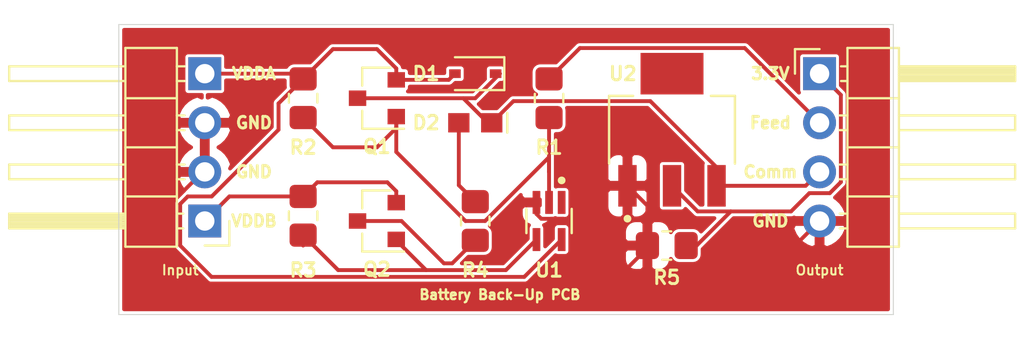
<source format=kicad_pcb>
(kicad_pcb (version 20171130) (host pcbnew "(5.1.12)-1")

  (general
    (thickness 1.6)
    (drawings 13)
    (tracks 98)
    (zones 0)
    (modules 13)
    (nets 11)
  )

  (page A4)
  (title_block
    (title "Battery backup circuit")
    (rev v01)
    (comment 4 "Author: Loo Chuan Long")
  )

  (layers
    (0 F.Cu signal)
    (31 B.Cu signal)
    (32 B.Adhes user)
    (33 F.Adhes user)
    (34 B.Paste user)
    (35 F.Paste user)
    (36 B.SilkS user)
    (37 F.SilkS user)
    (38 B.Mask user)
    (39 F.Mask user)
    (40 Dwgs.User user)
    (41 Cmts.User user)
    (42 Eco1.User user)
    (43 Eco2.User user)
    (44 Edge.Cuts user)
    (45 Margin user)
    (46 B.CrtYd user)
    (47 F.CrtYd user)
    (48 B.Fab user)
    (49 F.Fab user)
  )

  (setup
    (last_trace_width 0.2)
    (trace_clearance 0.15)
    (zone_clearance 0.15)
    (zone_45_only no)
    (trace_min 0.127)
    (via_size 0.6)
    (via_drill 0.4)
    (via_min_size 0.5)
    (via_min_drill 0.3)
    (uvia_size 0.6)
    (uvia_drill 0.4)
    (uvias_allowed no)
    (uvia_min_size 0.5)
    (uvia_min_drill 0.3)
    (edge_width 0.05)
    (segment_width 0.2)
    (pcb_text_width 0.3)
    (pcb_text_size 1.5 1.5)
    (mod_edge_width 0.12)
    (mod_text_size 1 1)
    (mod_text_width 0.15)
    (pad_size 1.7 1.7)
    (pad_drill 1)
    (pad_to_mask_clearance 0.05)
    (solder_mask_min_width 0.1)
    (aux_axis_origin 0 0)
    (visible_elements 7FFFFFFF)
    (pcbplotparams
      (layerselection 0x010fc_ffffffff)
      (usegerberextensions true)
      (usegerberattributes false)
      (usegerberadvancedattributes false)
      (creategerberjobfile false)
      (excludeedgelayer true)
      (linewidth 0.100000)
      (plotframeref false)
      (viasonmask false)
      (mode 1)
      (useauxorigin false)
      (hpglpennumber 1)
      (hpglpenspeed 20)
      (hpglpendiameter 15.000000)
      (psnegative false)
      (psa4output false)
      (plotreference true)
      (plotvalue false)
      (plotinvisibletext false)
      (padsonsilk false)
      (subtractmaskfromsilk true)
      (outputformat 1)
      (mirror false)
      (drillshape 0)
      (scaleselection 1)
      (outputdirectory "Gerber/"))
  )

  (net 0 "")
  (net 1 GND)
  (net 2 VDDA)
  (net 3 Comm)
  (net 4 "Net-(D2-Pad2)")
  (net 5 3.3V)
  (net 6 "Net-(Q1-Pad1)")
  (net 7 "Net-(Q2-Pad1)")
  (net 8 "Net-(Q2-Pad3)")
  (net 9 Feed)
  (net 10 VDDB)

  (net_class Default "This is the default net class."
    (clearance 0.15)
    (trace_width 0.2)
    (via_dia 0.6)
    (via_drill 0.4)
    (uvia_dia 0.6)
    (uvia_drill 0.4)
    (add_net 3.3V)
    (add_net Comm)
    (add_net Feed)
    (add_net GND)
    (add_net "Net-(D2-Pad2)")
    (add_net "Net-(Q1-Pad1)")
    (add_net "Net-(Q2-Pad1)")
    (add_net "Net-(Q2-Pad3)")
    (add_net VDDA)
    (add_net VDDB)
  )

  (module Connector_PinHeader_2.54mm:PinHeader_1x04_P2.54mm_Horizontal (layer F.Cu) (tedit 63ECFB4D) (tstamp 63EDCF22)
    (at 104.14 133.35 180)
    (descr "Through hole angled pin header, 1x04, 2.54mm pitch, 6mm pin length, single row")
    (tags "Through hole angled pin header THT 1x04 2.54mm single row")
    (path /63F5BCF6)
    (fp_text reference Input (at 1.27 -2.54) (layer F.SilkS)
      (effects (font (size 0.5 0.5) (thickness 0.1)))
    )
    (fp_text value Conn_01x04_Male (at 0 9.89) (layer F.Fab)
      (effects (font (size 0.5 0.5) (thickness 0.1)))
    )
    (fp_line (start 2.135 -1.27) (end 4.04 -1.27) (layer F.Fab) (width 0.1))
    (fp_line (start 4.04 -1.27) (end 4.04 8.89) (layer F.Fab) (width 0.1))
    (fp_line (start 4.04 8.89) (end 1.5 8.89) (layer F.Fab) (width 0.1))
    (fp_line (start 1.5 8.89) (end 1.5 -0.635) (layer F.Fab) (width 0.1))
    (fp_line (start 1.5 -0.635) (end 2.135 -1.27) (layer F.Fab) (width 0.1))
    (fp_line (start -0.32 -0.32) (end 1.5 -0.32) (layer F.Fab) (width 0.1))
    (fp_line (start -0.32 -0.32) (end -0.32 0.32) (layer F.Fab) (width 0.1))
    (fp_line (start -0.32 0.32) (end 1.5 0.32) (layer F.Fab) (width 0.1))
    (fp_line (start 4.04 -0.32) (end 10.04 -0.32) (layer F.Fab) (width 0.1))
    (fp_line (start 10.04 -0.32) (end 10.04 0.32) (layer F.Fab) (width 0.1))
    (fp_line (start 4.04 0.32) (end 10.04 0.32) (layer F.Fab) (width 0.1))
    (fp_line (start -0.32 2.22) (end 1.5 2.22) (layer F.Fab) (width 0.1))
    (fp_line (start -0.32 2.22) (end -0.32 2.86) (layer F.Fab) (width 0.1))
    (fp_line (start -0.32 2.86) (end 1.5 2.86) (layer F.Fab) (width 0.1))
    (fp_line (start 4.04 2.22) (end 10.04 2.22) (layer F.Fab) (width 0.1))
    (fp_line (start 10.04 2.22) (end 10.04 2.86) (layer F.Fab) (width 0.1))
    (fp_line (start 4.04 2.86) (end 10.04 2.86) (layer F.Fab) (width 0.1))
    (fp_line (start -0.32 4.76) (end 1.5 4.76) (layer F.Fab) (width 0.1))
    (fp_line (start -0.32 4.76) (end -0.32 5.4) (layer F.Fab) (width 0.1))
    (fp_line (start -0.32 5.4) (end 1.5 5.4) (layer F.Fab) (width 0.1))
    (fp_line (start 4.04 4.76) (end 10.04 4.76) (layer F.Fab) (width 0.1))
    (fp_line (start 10.04 4.76) (end 10.04 5.4) (layer F.Fab) (width 0.1))
    (fp_line (start 4.04 5.4) (end 10.04 5.4) (layer F.Fab) (width 0.1))
    (fp_line (start -0.32 7.3) (end 1.5 7.3) (layer F.Fab) (width 0.1))
    (fp_line (start -0.32 7.3) (end -0.32 7.94) (layer F.Fab) (width 0.1))
    (fp_line (start -0.32 7.94) (end 1.5 7.94) (layer F.Fab) (width 0.1))
    (fp_line (start 4.04 7.3) (end 10.04 7.3) (layer F.Fab) (width 0.1))
    (fp_line (start 10.04 7.3) (end 10.04 7.94) (layer F.Fab) (width 0.1))
    (fp_line (start 4.04 7.94) (end 10.04 7.94) (layer F.Fab) (width 0.1))
    (fp_line (start 1.44 -1.33) (end 1.44 8.95) (layer F.SilkS) (width 0.12))
    (fp_line (start 1.44 8.95) (end 4.1 8.95) (layer F.SilkS) (width 0.12))
    (fp_line (start 4.1 8.95) (end 4.1 -1.33) (layer F.SilkS) (width 0.12))
    (fp_line (start 4.1 -1.33) (end 1.44 -1.33) (layer F.SilkS) (width 0.12))
    (fp_line (start 4.1 -0.38) (end 10.1 -0.38) (layer F.SilkS) (width 0.12))
    (fp_line (start 10.1 -0.38) (end 10.1 0.38) (layer F.SilkS) (width 0.12))
    (fp_line (start 10.1 0.38) (end 4.1 0.38) (layer F.SilkS) (width 0.12))
    (fp_line (start 4.1 -0.32) (end 10.1 -0.32) (layer F.SilkS) (width 0.12))
    (fp_line (start 4.1 -0.2) (end 10.1 -0.2) (layer F.SilkS) (width 0.12))
    (fp_line (start 4.1 -0.08) (end 10.1 -0.08) (layer F.SilkS) (width 0.12))
    (fp_line (start 4.1 0.04) (end 10.1 0.04) (layer F.SilkS) (width 0.12))
    (fp_line (start 4.1 0.16) (end 10.1 0.16) (layer F.SilkS) (width 0.12))
    (fp_line (start 4.1 0.28) (end 10.1 0.28) (layer F.SilkS) (width 0.12))
    (fp_line (start 1.11 -0.38) (end 1.44 -0.38) (layer F.SilkS) (width 0.12))
    (fp_line (start 1.11 0.38) (end 1.44 0.38) (layer F.SilkS) (width 0.12))
    (fp_line (start 1.44 1.27) (end 4.1 1.27) (layer F.SilkS) (width 0.12))
    (fp_line (start 4.1 2.16) (end 10.1 2.16) (layer F.SilkS) (width 0.12))
    (fp_line (start 10.1 2.16) (end 10.1 2.92) (layer F.SilkS) (width 0.12))
    (fp_line (start 10.1 2.92) (end 4.1 2.92) (layer F.SilkS) (width 0.12))
    (fp_line (start 1.042929 2.16) (end 1.44 2.16) (layer F.SilkS) (width 0.12))
    (fp_line (start 1.042929 2.92) (end 1.44 2.92) (layer F.SilkS) (width 0.12))
    (fp_line (start 1.44 3.81) (end 4.1 3.81) (layer F.SilkS) (width 0.12))
    (fp_line (start 4.1 4.7) (end 10.1 4.7) (layer F.SilkS) (width 0.12))
    (fp_line (start 10.1 4.7) (end 10.1 5.46) (layer F.SilkS) (width 0.12))
    (fp_line (start 10.1 5.46) (end 4.1 5.46) (layer F.SilkS) (width 0.12))
    (fp_line (start 1.042929 4.7) (end 1.44 4.7) (layer F.SilkS) (width 0.12))
    (fp_line (start 1.042929 5.46) (end 1.44 5.46) (layer F.SilkS) (width 0.12))
    (fp_line (start 1.44 6.35) (end 4.1 6.35) (layer F.SilkS) (width 0.12))
    (fp_line (start 4.1 7.24) (end 10.1 7.24) (layer F.SilkS) (width 0.12))
    (fp_line (start 10.1 7.24) (end 10.1 8) (layer F.SilkS) (width 0.12))
    (fp_line (start 10.1 8) (end 4.1 8) (layer F.SilkS) (width 0.12))
    (fp_line (start 1.042929 7.24) (end 1.44 7.24) (layer F.SilkS) (width 0.12))
    (fp_line (start 1.042929 8) (end 1.44 8) (layer F.SilkS) (width 0.12))
    (fp_line (start -1.27 0) (end -1.27 -1.27) (layer F.SilkS) (width 0.12))
    (fp_line (start -1.27 -1.27) (end 0 -1.27) (layer F.SilkS) (width 0.12))
    (fp_line (start -1.8 -1.8) (end -1.8 9.4) (layer F.CrtYd) (width 0.05))
    (fp_line (start -1.8 9.4) (end 10.55 9.4) (layer F.CrtYd) (width 0.05))
    (fp_line (start 10.55 9.4) (end 10.55 -1.8) (layer F.CrtYd) (width 0.05))
    (fp_line (start 10.55 -1.8) (end -1.8 -1.8) (layer F.CrtYd) (width 0.05))
    (fp_text user %R (at 2.77 3.81 90) (layer F.Fab)
      (effects (font (size 1 1) (thickness 0.15)))
    )
    (pad 4 thru_hole rect (at 0 7.62 180) (size 1.7 1.7) (drill 1) (layers *.Cu *.Mask)
      (net 2 VDDA))
    (pad 3 thru_hole oval (at 0 5.08 180) (size 1.7 1.7) (drill 1) (layers *.Cu *.Mask)
      (net 1 GND))
    (pad 2 thru_hole oval (at 0 2.54 180) (size 1.7 1.7) (drill 1) (layers *.Cu *.Mask)
      (net 1 GND))
    (pad 1 thru_hole rect (at 0 0 180) (size 1.7 1.7) (drill 1) (layers *.Cu *.Mask)
      (net 10 VDDB))
    (model ${KISYS3DMOD}/Connector_PinHeader_2.54mm.3dshapes/PinHeader_1x04_P2.54mm_Horizontal.wrl
      (at (xyz 0 0 0))
      (scale (xyz 1 1 1))
      (rotate (xyz 0 0 0))
    )
  )

  (module SN74AHC1G04DCKRE4:SOT65P210X110-5N (layer F.Cu) (tedit 63EBBA95) (tstamp 63ECEAE6)
    (at 121.92 133.35 270)
    (path /63EFDACC)
    (attr smd)
    (fp_text reference U1 (at 2.54 0 180) (layer F.SilkS)
      (effects (font (size 0.7 0.7) (thickness 0.15)))
    )
    (fp_text value 74AHC1G04 (at -2.54 0 180) (layer F.Fab)
      (effects (font (size 0.5 0.5) (thickness 0.1)))
    )
    (fp_circle (center -2.1 -0.65) (end -2 -0.65) (layer F.SilkS) (width 0.2))
    (fp_circle (center -2.1 -0.65) (end -2 -0.65) (layer F.Fab) (width 0.2))
    (fp_line (start 1.81 1.33) (end -1.81 1.33) (layer F.CrtYd) (width 0.05))
    (fp_line (start 1.81 -1.33) (end 1.81 1.33) (layer F.CrtYd) (width 0.05))
    (fp_line (start -1.81 -1.33) (end 1.81 -1.33) (layer F.CrtYd) (width 0.05))
    (fp_line (start -1.81 1.33) (end -1.81 -1.33) (layer F.CrtYd) (width 0.05))
    (fp_line (start 0.625 1.17) (end -0.625 1.17) (layer F.SilkS) (width 0.127))
    (fp_line (start -0.625 -1.17) (end 0.625 -1.17) (layer F.SilkS) (width 0.127))
    (fp_line (start 0.625 1) (end -0.625 1) (layer F.Fab) (width 0.127))
    (fp_line (start 0.625 -1) (end 0.625 1) (layer F.Fab) (width 0.127))
    (fp_line (start -0.625 -1) (end 0.625 -1) (layer F.Fab) (width 0.127))
    (fp_line (start -0.625 1) (end -0.625 -1) (layer F.Fab) (width 0.127))
    (pad 1 smd roundrect (at -0.96 -0.65 270) (size 1.19 0.4) (layers F.Cu F.Paste F.Mask) (roundrect_rratio 0.05))
    (pad 2 smd roundrect (at -0.96 0 270) (size 1.19 0.4) (layers F.Cu F.Paste F.Mask) (roundrect_rratio 0.05)
      (net 6 "Net-(Q1-Pad1)"))
    (pad 3 smd roundrect (at -0.96 0.65 270) (size 1.19 0.4) (layers F.Cu F.Paste F.Mask) (roundrect_rratio 0.05)
      (net 1 GND))
    (pad 4 smd roundrect (at 0.96 0.65 270) (size 1.19 0.4) (layers F.Cu F.Paste F.Mask) (roundrect_rratio 0.05)
      (net 7 "Net-(Q2-Pad1)"))
    (pad 5 smd roundrect (at 0.96 -0.65 270) (size 1.19 0.4) (layers F.Cu F.Paste F.Mask) (roundrect_rratio 0.05)
      (net 2 VDDA))
  )

  (module Package_TO_SOT_SMD:SOT-23 (layer F.Cu) (tedit 5A02FF57) (tstamp 63ED6B3D)
    (at 113.03 127 180)
    (descr "SOT-23, Standard")
    (tags SOT-23)
    (path /63EA78B4)
    (attr smd)
    (fp_text reference Q1 (at 0 -2.5) (layer F.SilkS)
      (effects (font (size 0.7 0.7) (thickness 0.15)))
    )
    (fp_text value IRLML6402 (at 0 2.5) (layer F.Fab)
      (effects (font (size 0.5 0.5) (thickness 0.1)))
    )
    (fp_line (start 0.76 1.58) (end -0.7 1.58) (layer F.SilkS) (width 0.12))
    (fp_line (start 0.76 -1.58) (end -1.4 -1.58) (layer F.SilkS) (width 0.12))
    (fp_line (start -1.7 1.75) (end -1.7 -1.75) (layer F.CrtYd) (width 0.05))
    (fp_line (start 1.7 1.75) (end -1.7 1.75) (layer F.CrtYd) (width 0.05))
    (fp_line (start 1.7 -1.75) (end 1.7 1.75) (layer F.CrtYd) (width 0.05))
    (fp_line (start -1.7 -1.75) (end 1.7 -1.75) (layer F.CrtYd) (width 0.05))
    (fp_line (start 0.76 -1.58) (end 0.76 -0.65) (layer F.SilkS) (width 0.12))
    (fp_line (start 0.76 1.58) (end 0.76 0.65) (layer F.SilkS) (width 0.12))
    (fp_line (start -0.7 1.52) (end 0.7 1.52) (layer F.Fab) (width 0.1))
    (fp_line (start 0.7 -1.52) (end 0.7 1.52) (layer F.Fab) (width 0.1))
    (fp_line (start -0.7 -0.95) (end -0.15 -1.52) (layer F.Fab) (width 0.1))
    (fp_line (start -0.15 -1.52) (end 0.7 -1.52) (layer F.Fab) (width 0.1))
    (fp_line (start -0.7 -0.95) (end -0.7 1.5) (layer F.Fab) (width 0.1))
    (fp_text user %R (at 0 0) (layer F.Fab)
      (effects (font (size 0.5 0.5) (thickness 0.075)))
    )
    (pad 3 smd rect (at 1 0 180) (size 0.9 0.8) (layers F.Cu F.Paste F.Mask)
      (net 3 Comm))
    (pad 2 smd rect (at -1 0.95 180) (size 0.9 0.8) (layers F.Cu F.Paste F.Mask)
      (net 2 VDDA))
    (pad 1 smd rect (at -1 -0.95 180) (size 0.9 0.8) (layers F.Cu F.Paste F.Mask)
      (net 6 "Net-(Q1-Pad1)"))
    (model ${KISYS3DMOD}/Package_TO_SOT_SMD.3dshapes/SOT-23.wrl
      (at (xyz 0 0 0))
      (scale (xyz 1 1 1))
      (rotate (xyz 0 0 0))
    )
  )

  (module Diode_SMD:D_SOD-323 (layer F.Cu) (tedit 58641739) (tstamp 63EB2C28)
    (at 118.11 125.73 180)
    (descr SOD-323)
    (tags SOD-323)
    (path /63E4CBFB)
    (attr smd)
    (fp_text reference D1 (at 2.54 0) (layer F.SilkS)
      (effects (font (size 0.7 0.7) (thickness 0.15)))
    )
    (fp_text value 1N4148WS (at 0 1.27) (layer F.Fab)
      (effects (font (size 0.5 0.5) (thickness 0.1)))
    )
    (fp_line (start -1.5 -0.85) (end -1.5 0.85) (layer F.SilkS) (width 0.12))
    (fp_line (start 0.2 0) (end 0.45 0) (layer F.Fab) (width 0.1))
    (fp_line (start 0.2 0.35) (end -0.3 0) (layer F.Fab) (width 0.1))
    (fp_line (start 0.2 -0.35) (end 0.2 0.35) (layer F.Fab) (width 0.1))
    (fp_line (start -0.3 0) (end 0.2 -0.35) (layer F.Fab) (width 0.1))
    (fp_line (start -0.3 0) (end -0.5 0) (layer F.Fab) (width 0.1))
    (fp_line (start -0.3 -0.35) (end -0.3 0.35) (layer F.Fab) (width 0.1))
    (fp_line (start -0.9 0.7) (end -0.9 -0.7) (layer F.Fab) (width 0.1))
    (fp_line (start 0.9 0.7) (end -0.9 0.7) (layer F.Fab) (width 0.1))
    (fp_line (start 0.9 -0.7) (end 0.9 0.7) (layer F.Fab) (width 0.1))
    (fp_line (start -0.9 -0.7) (end 0.9 -0.7) (layer F.Fab) (width 0.1))
    (fp_line (start -1.6 -0.95) (end 1.6 -0.95) (layer F.CrtYd) (width 0.05))
    (fp_line (start 1.6 -0.95) (end 1.6 0.95) (layer F.CrtYd) (width 0.05))
    (fp_line (start -1.6 0.95) (end 1.6 0.95) (layer F.CrtYd) (width 0.05))
    (fp_line (start -1.6 -0.95) (end -1.6 0.95) (layer F.CrtYd) (width 0.05))
    (fp_line (start -1.5 0.85) (end 1.05 0.85) (layer F.SilkS) (width 0.12))
    (fp_line (start -1.5 -0.85) (end 1.05 -0.85) (layer F.SilkS) (width 0.12))
    (fp_text user %R (at 0 0) (layer F.Fab)
      (effects (font (size 0.5 0.5) (thickness 0.1)))
    )
    (pad 1 smd rect (at -1.05 0 180) (size 0.6 0.45) (layers F.Cu F.Paste F.Mask)
      (net 3 Comm))
    (pad 2 smd rect (at 1.05 0 180) (size 0.6 0.45) (layers F.Cu F.Paste F.Mask)
      (net 2 VDDA))
    (model ${KISYS3DMOD}/Diode_SMD.3dshapes/D_SOD-323.wrl
      (at (xyz 0 0 0))
      (scale (xyz 1 1 1))
      (rotate (xyz 0 0 0))
    )
  )

  (module Package_TO_SOT_SMD:SOT-23 (layer F.Cu) (tedit 5A02FF57) (tstamp 63EC2D8C)
    (at 113.03 133.35 180)
    (descr "SOT-23, Standard")
    (tags SOT-23)
    (path /63E4B682)
    (attr smd)
    (fp_text reference Q2 (at 0 -2.5) (layer F.SilkS)
      (effects (font (size 0.7 0.7) (thickness 0.15)))
    )
    (fp_text value IRLML6402 (at 0 2.5) (layer F.Fab)
      (effects (font (size 0.5 0.5) (thickness 0.1)))
    )
    (fp_line (start -0.7 -0.95) (end -0.7 1.5) (layer F.Fab) (width 0.1))
    (fp_line (start -0.15 -1.52) (end 0.7 -1.52) (layer F.Fab) (width 0.1))
    (fp_line (start -0.7 -0.95) (end -0.15 -1.52) (layer F.Fab) (width 0.1))
    (fp_line (start 0.7 -1.52) (end 0.7 1.52) (layer F.Fab) (width 0.1))
    (fp_line (start -0.7 1.52) (end 0.7 1.52) (layer F.Fab) (width 0.1))
    (fp_line (start 0.76 1.58) (end 0.76 0.65) (layer F.SilkS) (width 0.12))
    (fp_line (start 0.76 -1.58) (end 0.76 -0.65) (layer F.SilkS) (width 0.12))
    (fp_line (start -1.7 -1.75) (end 1.7 -1.75) (layer F.CrtYd) (width 0.05))
    (fp_line (start 1.7 -1.75) (end 1.7 1.75) (layer F.CrtYd) (width 0.05))
    (fp_line (start 1.7 1.75) (end -1.7 1.75) (layer F.CrtYd) (width 0.05))
    (fp_line (start -1.7 1.75) (end -1.7 -1.75) (layer F.CrtYd) (width 0.05))
    (fp_line (start 0.76 -1.58) (end -1.4 -1.58) (layer F.SilkS) (width 0.12))
    (fp_line (start 0.76 1.58) (end -0.7 1.58) (layer F.SilkS) (width 0.12))
    (fp_text user %R (at 0 0 270) (layer F.Fab)
      (effects (font (size 0.5 0.5) (thickness 0.075)))
    )
    (pad 1 smd rect (at -1 -0.95 180) (size 0.9 0.8) (layers F.Cu F.Paste F.Mask)
      (net 7 "Net-(Q2-Pad1)"))
    (pad 2 smd rect (at -1 0.95 180) (size 0.9 0.8) (layers F.Cu F.Paste F.Mask)
      (net 10 VDDB))
    (pad 3 smd rect (at 1 0 180) (size 0.9 0.8) (layers F.Cu F.Paste F.Mask)
      (net 8 "Net-(Q2-Pad3)"))
    (model ${KISYS3DMOD}/Package_TO_SOT_SMD.3dshapes/SOT-23.wrl
      (at (xyz 0 0 0))
      (scale (xyz 1 1 1))
      (rotate (xyz 0 0 0))
    )
  )

  (module 150060RS75000:0603_DIODE (layer F.Cu) (tedit 63EAEEF3) (tstamp 63EDD9CB)
    (at 118.11 128.27)
    (path /63E2E54C)
    (attr smd)
    (fp_text reference D2 (at -2.54 0) (layer F.SilkS)
      (effects (font (size 0.7 0.7) (thickness 0.15)))
    )
    (fp_text value RED (at 0 1.27) (layer F.Fab)
      (effects (font (size 0.5 0.5) (thickness 0.1)))
    )
    (fp_line (start -1.473 -0.983) (end 1.473 -0.983) (layer F.CrtYd) (width 0.0508))
    (fp_line (start 1.473 -0.983) (end 1.473 0.983) (layer F.CrtYd) (width 0.0508))
    (fp_line (start 1.473 0.983) (end -1.473 0.983) (layer F.CrtYd) (width 0.0508))
    (fp_line (start -1.473 0.983) (end -1.473 -0.983) (layer F.CrtYd) (width 0.0508))
    (fp_line (start -0.356 -0.432) (end 0.356 -0.432) (layer F.Fab) (width 0.1016))
    (fp_line (start -0.356 0.419) (end 0.356 0.419) (layer F.Fab) (width 0.1016))
    (fp_poly (pts (xy -0.8382 -0.4801) (xy -0.3381 -0.4801) (xy -0.3381 0.4699) (xy -0.8382 0.4699)) (layer F.Fab) (width 0.01))
    (fp_poly (pts (xy 0.3302 -0.4801) (xy 0.8303 -0.4801) (xy 0.8303 0.4699) (xy 0.3302 0.4699)) (layer F.Fab) (width 0.01))
    (fp_line (start 1.651 -0.508) (end 1.651 0.508) (layer F.SilkS) (width 0.127))
    (pad 2 smd rect (at -0.85 0) (size 1.1 1) (layers F.Cu F.Paste F.Mask)
      (net 4 "Net-(D2-Pad2)"))
    (pad 1 smd rect (at 0.85 0) (size 1.1 1) (layers F.Cu F.Paste F.Mask)
      (net 3 Comm))
  )

  (module Connector_PinHeader_2.54mm:PinHeader_1x04_P2.54mm_Horizontal (layer F.Cu) (tedit 59FED5CB) (tstamp 63EC188E)
    (at 135.89 125.73)
    (descr "Through hole angled pin header, 1x04, 2.54mm pitch, 6mm pin length, single row")
    (tags "Through hole angled pin header THT 1x04 2.54mm single row")
    (path /63DBB650)
    (fp_text reference Output (at 0 10.16) (layer F.SilkS)
      (effects (font (size 0.5 0.5) (thickness 0.1)))
    )
    (fp_text value Conn_01x04_Male (at 0 -2.54) (layer F.Fab)
      (effects (font (size 0.5 0.5) (thickness 0.1)))
    )
    (fp_line (start 10.55 -1.8) (end -1.8 -1.8) (layer F.CrtYd) (width 0.05))
    (fp_line (start 10.55 9.4) (end 10.55 -1.8) (layer F.CrtYd) (width 0.05))
    (fp_line (start -1.8 9.4) (end 10.55 9.4) (layer F.CrtYd) (width 0.05))
    (fp_line (start -1.8 -1.8) (end -1.8 9.4) (layer F.CrtYd) (width 0.05))
    (fp_line (start -1.27 -1.27) (end 0 -1.27) (layer F.SilkS) (width 0.12))
    (fp_line (start -1.27 0) (end -1.27 -1.27) (layer F.SilkS) (width 0.12))
    (fp_line (start 1.042929 8) (end 1.44 8) (layer F.SilkS) (width 0.12))
    (fp_line (start 1.042929 7.24) (end 1.44 7.24) (layer F.SilkS) (width 0.12))
    (fp_line (start 10.1 8) (end 4.1 8) (layer F.SilkS) (width 0.12))
    (fp_line (start 10.1 7.24) (end 10.1 8) (layer F.SilkS) (width 0.12))
    (fp_line (start 4.1 7.24) (end 10.1 7.24) (layer F.SilkS) (width 0.12))
    (fp_line (start 1.44 6.35) (end 4.1 6.35) (layer F.SilkS) (width 0.12))
    (fp_line (start 1.042929 5.46) (end 1.44 5.46) (layer F.SilkS) (width 0.12))
    (fp_line (start 1.042929 4.7) (end 1.44 4.7) (layer F.SilkS) (width 0.12))
    (fp_line (start 10.1 5.46) (end 4.1 5.46) (layer F.SilkS) (width 0.12))
    (fp_line (start 10.1 4.7) (end 10.1 5.46) (layer F.SilkS) (width 0.12))
    (fp_line (start 4.1 4.7) (end 10.1 4.7) (layer F.SilkS) (width 0.12))
    (fp_line (start 1.44 3.81) (end 4.1 3.81) (layer F.SilkS) (width 0.12))
    (fp_line (start 1.042929 2.92) (end 1.44 2.92) (layer F.SilkS) (width 0.12))
    (fp_line (start 1.042929 2.16) (end 1.44 2.16) (layer F.SilkS) (width 0.12))
    (fp_line (start 10.1 2.92) (end 4.1 2.92) (layer F.SilkS) (width 0.12))
    (fp_line (start 10.1 2.16) (end 10.1 2.92) (layer F.SilkS) (width 0.12))
    (fp_line (start 4.1 2.16) (end 10.1 2.16) (layer F.SilkS) (width 0.12))
    (fp_line (start 1.44 1.27) (end 4.1 1.27) (layer F.SilkS) (width 0.12))
    (fp_line (start 1.11 0.38) (end 1.44 0.38) (layer F.SilkS) (width 0.12))
    (fp_line (start 1.11 -0.38) (end 1.44 -0.38) (layer F.SilkS) (width 0.12))
    (fp_line (start 4.1 0.28) (end 10.1 0.28) (layer F.SilkS) (width 0.12))
    (fp_line (start 4.1 0.16) (end 10.1 0.16) (layer F.SilkS) (width 0.12))
    (fp_line (start 4.1 0.04) (end 10.1 0.04) (layer F.SilkS) (width 0.12))
    (fp_line (start 4.1 -0.08) (end 10.1 -0.08) (layer F.SilkS) (width 0.12))
    (fp_line (start 4.1 -0.2) (end 10.1 -0.2) (layer F.SilkS) (width 0.12))
    (fp_line (start 4.1 -0.32) (end 10.1 -0.32) (layer F.SilkS) (width 0.12))
    (fp_line (start 10.1 0.38) (end 4.1 0.38) (layer F.SilkS) (width 0.12))
    (fp_line (start 10.1 -0.38) (end 10.1 0.38) (layer F.SilkS) (width 0.12))
    (fp_line (start 4.1 -0.38) (end 10.1 -0.38) (layer F.SilkS) (width 0.12))
    (fp_line (start 4.1 -1.33) (end 1.44 -1.33) (layer F.SilkS) (width 0.12))
    (fp_line (start 4.1 8.95) (end 4.1 -1.33) (layer F.SilkS) (width 0.12))
    (fp_line (start 1.44 8.95) (end 4.1 8.95) (layer F.SilkS) (width 0.12))
    (fp_line (start 1.44 -1.33) (end 1.44 8.95) (layer F.SilkS) (width 0.12))
    (fp_line (start 4.04 7.94) (end 10.04 7.94) (layer F.Fab) (width 0.1))
    (fp_line (start 10.04 7.3) (end 10.04 7.94) (layer F.Fab) (width 0.1))
    (fp_line (start 4.04 7.3) (end 10.04 7.3) (layer F.Fab) (width 0.1))
    (fp_line (start -0.32 7.94) (end 1.5 7.94) (layer F.Fab) (width 0.1))
    (fp_line (start -0.32 7.3) (end -0.32 7.94) (layer F.Fab) (width 0.1))
    (fp_line (start -0.32 7.3) (end 1.5 7.3) (layer F.Fab) (width 0.1))
    (fp_line (start 4.04 5.4) (end 10.04 5.4) (layer F.Fab) (width 0.1))
    (fp_line (start 10.04 4.76) (end 10.04 5.4) (layer F.Fab) (width 0.1))
    (fp_line (start 4.04 4.76) (end 10.04 4.76) (layer F.Fab) (width 0.1))
    (fp_line (start -0.32 5.4) (end 1.5 5.4) (layer F.Fab) (width 0.1))
    (fp_line (start -0.32 4.76) (end -0.32 5.4) (layer F.Fab) (width 0.1))
    (fp_line (start -0.32 4.76) (end 1.5 4.76) (layer F.Fab) (width 0.1))
    (fp_line (start 4.04 2.86) (end 10.04 2.86) (layer F.Fab) (width 0.1))
    (fp_line (start 10.04 2.22) (end 10.04 2.86) (layer F.Fab) (width 0.1))
    (fp_line (start 4.04 2.22) (end 10.04 2.22) (layer F.Fab) (width 0.1))
    (fp_line (start -0.32 2.86) (end 1.5 2.86) (layer F.Fab) (width 0.1))
    (fp_line (start -0.32 2.22) (end -0.32 2.86) (layer F.Fab) (width 0.1))
    (fp_line (start -0.32 2.22) (end 1.5 2.22) (layer F.Fab) (width 0.1))
    (fp_line (start 4.04 0.32) (end 10.04 0.32) (layer F.Fab) (width 0.1))
    (fp_line (start 10.04 -0.32) (end 10.04 0.32) (layer F.Fab) (width 0.1))
    (fp_line (start 4.04 -0.32) (end 10.04 -0.32) (layer F.Fab) (width 0.1))
    (fp_line (start -0.32 0.32) (end 1.5 0.32) (layer F.Fab) (width 0.1))
    (fp_line (start -0.32 -0.32) (end -0.32 0.32) (layer F.Fab) (width 0.1))
    (fp_line (start -0.32 -0.32) (end 1.5 -0.32) (layer F.Fab) (width 0.1))
    (fp_line (start 1.5 -0.635) (end 2.135 -1.27) (layer F.Fab) (width 0.1))
    (fp_line (start 1.5 8.89) (end 1.5 -0.635) (layer F.Fab) (width 0.1))
    (fp_line (start 4.04 8.89) (end 1.5 8.89) (layer F.Fab) (width 0.1))
    (fp_line (start 4.04 -1.27) (end 4.04 8.89) (layer F.Fab) (width 0.1))
    (fp_line (start 2.135 -1.27) (end 4.04 -1.27) (layer F.Fab) (width 0.1))
    (fp_text user %R (at 2.77 3.81 90) (layer F.Fab)
      (effects (font (size 1 1) (thickness 0.15)))
    )
    (pad 1 thru_hole rect (at 0 0) (size 1.7 1.7) (drill 1) (layers *.Cu *.Mask)
      (net 5 3.3V))
    (pad 2 thru_hole oval (at 0 2.54) (size 1.7 1.7) (drill 1) (layers *.Cu *.Mask)
      (net 9 Feed))
    (pad 3 thru_hole oval (at 0 5.08) (size 1.7 1.7) (drill 1) (layers *.Cu *.Mask)
      (net 3 Comm))
    (pad 4 thru_hole oval (at 0 7.62) (size 1.7 1.7) (drill 1) (layers *.Cu *.Mask)
      (net 1 GND))
    (model ${KISYS3DMOD}/Connector_PinHeader_2.54mm.3dshapes/PinHeader_1x04_P2.54mm_Horizontal.wrl
      (at (xyz 0 0 0))
      (scale (xyz 1 1 1))
      (rotate (xyz 0 0 0))
    )
  )

  (module Resistor_SMD:R_0805_2012Metric_Pad1.20x1.40mm_HandSolder (layer F.Cu) (tedit 5F68FEEE) (tstamp 63ECFCB2)
    (at 121.92 127 90)
    (descr "Resistor SMD 0805 (2012 Metric), square (rectangular) end terminal, IPC_7351 nominal with elongated pad for handsoldering. (Body size source: IPC-SM-782 page 72, https://www.pcb-3d.com/wordpress/wp-content/uploads/ipc-sm-782a_amendment_1_and_2.pdf), generated with kicad-footprint-generator")
    (tags "resistor handsolder")
    (path /63DD1F32)
    (attr smd)
    (fp_text reference R1 (at -2.54 0 180) (layer F.SilkS)
      (effects (font (size 0.7 0.7) (thickness 0.15)))
    )
    (fp_text value 825 (at 0 1.65 90) (layer F.Fab)
      (effects (font (size 0.5 0.5) (thickness 0.1)))
    )
    (fp_line (start -1 0.625) (end -1 -0.625) (layer F.Fab) (width 0.1))
    (fp_line (start -1 -0.625) (end 1 -0.625) (layer F.Fab) (width 0.1))
    (fp_line (start 1 -0.625) (end 1 0.625) (layer F.Fab) (width 0.1))
    (fp_line (start 1 0.625) (end -1 0.625) (layer F.Fab) (width 0.1))
    (fp_line (start -0.227064 -0.735) (end 0.227064 -0.735) (layer F.SilkS) (width 0.12))
    (fp_line (start -0.227064 0.735) (end 0.227064 0.735) (layer F.SilkS) (width 0.12))
    (fp_line (start -1.85 0.95) (end -1.85 -0.95) (layer F.CrtYd) (width 0.05))
    (fp_line (start -1.85 -0.95) (end 1.85 -0.95) (layer F.CrtYd) (width 0.05))
    (fp_line (start 1.85 -0.95) (end 1.85 0.95) (layer F.CrtYd) (width 0.05))
    (fp_line (start 1.85 0.95) (end -1.85 0.95) (layer F.CrtYd) (width 0.05))
    (fp_text user %R (at 0 0 90) (layer F.Fab)
      (effects (font (size 0.5 0.5) (thickness 0.08)))
    )
    (pad 2 smd roundrect (at 1 0 90) (size 1.2 1.4) (layers F.Cu F.Paste F.Mask) (roundrect_rratio 0.2083325)
      (net 9 Feed))
    (pad 1 smd roundrect (at -1 0 90) (size 1.2 1.4) (layers F.Cu F.Paste F.Mask) (roundrect_rratio 0.2083325)
      (net 6 "Net-(Q1-Pad1)"))
    (model ${KISYS3DMOD}/Resistor_SMD.3dshapes/R_0805_2012Metric.wrl
      (at (xyz 0 0 0))
      (scale (xyz 1 1 1))
      (rotate (xyz 0 0 0))
    )
  )

  (module Resistor_SMD:R_0805_2012Metric_Pad1.20x1.40mm_HandSolder (layer F.Cu) (tedit 5F68FEEE) (tstamp 63EDD598)
    (at 109.22 127 270)
    (descr "Resistor SMD 0805 (2012 Metric), square (rectangular) end terminal, IPC_7351 nominal with elongated pad for handsoldering. (Body size source: IPC-SM-782 page 72, https://www.pcb-3d.com/wordpress/wp-content/uploads/ipc-sm-782a_amendment_1_and_2.pdf), generated with kicad-footprint-generator")
    (tags "resistor handsolder")
    (path /63DB84D3)
    (attr smd)
    (fp_text reference R2 (at 2.54 0 180) (layer F.SilkS)
      (effects (font (size 0.7 0.7) (thickness 0.15)))
    )
    (fp_text value 10k (at 0 -1.27 90) (layer F.Fab)
      (effects (font (size 0.5 0.5) (thickness 0.1)))
    )
    (fp_line (start 1.85 0.95) (end -1.85 0.95) (layer F.CrtYd) (width 0.05))
    (fp_line (start 1.85 -0.95) (end 1.85 0.95) (layer F.CrtYd) (width 0.05))
    (fp_line (start -1.85 -0.95) (end 1.85 -0.95) (layer F.CrtYd) (width 0.05))
    (fp_line (start -1.85 0.95) (end -1.85 -0.95) (layer F.CrtYd) (width 0.05))
    (fp_line (start -0.227064 0.735) (end 0.227064 0.735) (layer F.SilkS) (width 0.12))
    (fp_line (start -0.227064 -0.735) (end 0.227064 -0.735) (layer F.SilkS) (width 0.12))
    (fp_line (start 1 0.625) (end -1 0.625) (layer F.Fab) (width 0.1))
    (fp_line (start 1 -0.625) (end 1 0.625) (layer F.Fab) (width 0.1))
    (fp_line (start -1 -0.625) (end 1 -0.625) (layer F.Fab) (width 0.1))
    (fp_line (start -1 0.625) (end -1 -0.625) (layer F.Fab) (width 0.1))
    (fp_text user %R (at 0 0 90) (layer F.Fab)
      (effects (font (size 0.5 0.5) (thickness 0.08)))
    )
    (pad 1 smd roundrect (at -1 0 270) (size 1.2 1.4) (layers F.Cu F.Paste F.Mask) (roundrect_rratio 0.2083325)
      (net 2 VDDA))
    (pad 2 smd roundrect (at 1 0 270) (size 1.2 1.4) (layers F.Cu F.Paste F.Mask) (roundrect_rratio 0.2083325)
      (net 6 "Net-(Q1-Pad1)"))
    (model ${KISYS3DMOD}/Resistor_SMD.3dshapes/R_0805_2012Metric.wrl
      (at (xyz 0 0 0))
      (scale (xyz 1 1 1))
      (rotate (xyz 0 0 0))
    )
  )

  (module Resistor_SMD:R_0805_2012Metric_Pad1.20x1.40mm_HandSolder (layer F.Cu) (tedit 5F68FEEE) (tstamp 63EC18FA)
    (at 109.22 133.08 90)
    (descr "Resistor SMD 0805 (2012 Metric), square (rectangular) end terminal, IPC_7351 nominal with elongated pad for handsoldering. (Body size source: IPC-SM-782 page 72, https://www.pcb-3d.com/wordpress/wp-content/uploads/ipc-sm-782a_amendment_1_and_2.pdf), generated with kicad-footprint-generator")
    (tags "resistor handsolder")
    (path /63EAC35C)
    (attr smd)
    (fp_text reference R3 (at -2.81 0 180) (layer F.SilkS)
      (effects (font (size 0.7 0.7) (thickness 0.15)))
    )
    (fp_text value 10k (at 0 1.27 90) (layer F.Fab)
      (effects (font (size 0.5 0.5) (thickness 0.1)))
    )
    (fp_line (start -1 0.625) (end -1 -0.625) (layer F.Fab) (width 0.1))
    (fp_line (start -1 -0.625) (end 1 -0.625) (layer F.Fab) (width 0.1))
    (fp_line (start 1 -0.625) (end 1 0.625) (layer F.Fab) (width 0.1))
    (fp_line (start 1 0.625) (end -1 0.625) (layer F.Fab) (width 0.1))
    (fp_line (start -0.227064 -0.735) (end 0.227064 -0.735) (layer F.SilkS) (width 0.12))
    (fp_line (start -0.227064 0.735) (end 0.227064 0.735) (layer F.SilkS) (width 0.12))
    (fp_line (start -1.85 0.95) (end -1.85 -0.95) (layer F.CrtYd) (width 0.05))
    (fp_line (start -1.85 -0.95) (end 1.85 -0.95) (layer F.CrtYd) (width 0.05))
    (fp_line (start 1.85 -0.95) (end 1.85 0.95) (layer F.CrtYd) (width 0.05))
    (fp_line (start 1.85 0.95) (end -1.85 0.95) (layer F.CrtYd) (width 0.05))
    (fp_text user %R (at 0 0 90) (layer F.Fab)
      (effects (font (size 0.5 0.5) (thickness 0.08)))
    )
    (pad 2 smd roundrect (at 1 0 90) (size 1.2 1.4) (layers F.Cu F.Paste F.Mask) (roundrect_rratio 0.2083325)
      (net 10 VDDB))
    (pad 1 smd roundrect (at -1 0 90) (size 1.2 1.4) (layers F.Cu F.Paste F.Mask) (roundrect_rratio 0.2083325)
      (net 7 "Net-(Q2-Pad1)"))
    (model ${KISYS3DMOD}/Resistor_SMD.3dshapes/R_0805_2012Metric.wrl
      (at (xyz 0 0 0))
      (scale (xyz 1 1 1))
      (rotate (xyz 0 0 0))
    )
  )

  (module Resistor_SMD:R_0805_2012Metric_Pad1.20x1.40mm_HandSolder (layer F.Cu) (tedit 5F68FEEE) (tstamp 63ED76B4)
    (at 118.11 133.35 270)
    (descr "Resistor SMD 0805 (2012 Metric), square (rectangular) end terminal, IPC_7351 nominal with elongated pad for handsoldering. (Body size source: IPC-SM-782 page 72, https://www.pcb-3d.com/wordpress/wp-content/uploads/ipc-sm-782a_amendment_1_and_2.pdf), generated with kicad-footprint-generator")
    (tags "resistor handsolder")
    (path /63EDF987)
    (attr smd)
    (fp_text reference R4 (at 2.54 0 180) (layer F.SilkS)
      (effects (font (size 0.7 0.7) (thickness 0.15)))
    )
    (fp_text value 200 (at 0 -1.27 90) (layer F.Fab)
      (effects (font (size 0.5 0.5) (thickness 0.1)))
    )
    (fp_line (start 1.85 0.95) (end -1.85 0.95) (layer F.CrtYd) (width 0.05))
    (fp_line (start 1.85 -0.95) (end 1.85 0.95) (layer F.CrtYd) (width 0.05))
    (fp_line (start -1.85 -0.95) (end 1.85 -0.95) (layer F.CrtYd) (width 0.05))
    (fp_line (start -1.85 0.95) (end -1.85 -0.95) (layer F.CrtYd) (width 0.05))
    (fp_line (start -0.227064 0.735) (end 0.227064 0.735) (layer F.SilkS) (width 0.12))
    (fp_line (start -0.227064 -0.735) (end 0.227064 -0.735) (layer F.SilkS) (width 0.12))
    (fp_line (start 1 0.625) (end -1 0.625) (layer F.Fab) (width 0.1))
    (fp_line (start 1 -0.625) (end 1 0.625) (layer F.Fab) (width 0.1))
    (fp_line (start -1 -0.625) (end 1 -0.625) (layer F.Fab) (width 0.1))
    (fp_line (start -1 0.625) (end -1 -0.625) (layer F.Fab) (width 0.1))
    (fp_text user %R (at 0 0 90) (layer F.Fab)
      (effects (font (size 0.5 0.5) (thickness 0.08)))
    )
    (pad 1 smd roundrect (at -1 0 270) (size 1.2 1.4) (layers F.Cu F.Paste F.Mask) (roundrect_rratio 0.2083325)
      (net 4 "Net-(D2-Pad2)"))
    (pad 2 smd roundrect (at 1 0 270) (size 1.2 1.4) (layers F.Cu F.Paste F.Mask) (roundrect_rratio 0.2083325)
      (net 8 "Net-(Q2-Pad3)"))
    (model ${KISYS3DMOD}/Resistor_SMD.3dshapes/R_0805_2012Metric.wrl
      (at (xyz 0 0 0))
      (scale (xyz 1 1 1))
      (rotate (xyz 0 0 0))
    )
  )

  (module Resistor_SMD:R_0805_2012Metric_Pad1.20x1.40mm_HandSolder (layer F.Cu) (tedit 5F68FEEE) (tstamp 63ED8FE0)
    (at 128 134.62 180)
    (descr "Resistor SMD 0805 (2012 Metric), square (rectangular) end terminal, IPC_7351 nominal with elongated pad for handsoldering. (Body size source: IPC-SM-782 page 72, https://www.pcb-3d.com/wordpress/wp-content/uploads/ipc-sm-782a_amendment_1_and_2.pdf), generated with kicad-footprint-generator")
    (tags "resistor handsolder")
    (path /63F66DE7)
    (attr smd)
    (fp_text reference R5 (at 0 -1.65) (layer F.SilkS)
      (effects (font (size 0.7 0.7) (thickness 0.15)))
    )
    (fp_text value 10k (at -2.81 0) (layer F.Fab)
      (effects (font (size 0.5 0.5) (thickness 0.1)))
    )
    (fp_line (start 1.85 0.95) (end -1.85 0.95) (layer F.CrtYd) (width 0.05))
    (fp_line (start 1.85 -0.95) (end 1.85 0.95) (layer F.CrtYd) (width 0.05))
    (fp_line (start -1.85 -0.95) (end 1.85 -0.95) (layer F.CrtYd) (width 0.05))
    (fp_line (start -1.85 0.95) (end -1.85 -0.95) (layer F.CrtYd) (width 0.05))
    (fp_line (start -0.227064 0.735) (end 0.227064 0.735) (layer F.SilkS) (width 0.12))
    (fp_line (start -0.227064 -0.735) (end 0.227064 -0.735) (layer F.SilkS) (width 0.12))
    (fp_line (start 1 0.625) (end -1 0.625) (layer F.Fab) (width 0.1))
    (fp_line (start 1 -0.625) (end 1 0.625) (layer F.Fab) (width 0.1))
    (fp_line (start -1 -0.625) (end 1 -0.625) (layer F.Fab) (width 0.1))
    (fp_line (start -1 0.625) (end -1 -0.625) (layer F.Fab) (width 0.1))
    (fp_text user %R (at 0 0) (layer F.Fab)
      (effects (font (size 0.5 0.5) (thickness 0.08)))
    )
    (pad 1 smd roundrect (at -1 0 180) (size 1.2 1.4) (layers F.Cu F.Paste F.Mask) (roundrect_rratio 0.2083325)
      (net 5 3.3V))
    (pad 2 smd roundrect (at 1 0 180) (size 1.2 1.4) (layers F.Cu F.Paste F.Mask) (roundrect_rratio 0.2083325)
      (net 1 GND))
    (model ${KISYS3DMOD}/Resistor_SMD.3dshapes/R_0805_2012Metric.wrl
      (at (xyz 0 0 0))
      (scale (xyz 1 1 1))
      (rotate (xyz 0 0 0))
    )
  )

  (module LM1117MP-3:VREG_LM1117MP-3.3_NOPB (layer F.Cu) (tedit 63EBCAF2) (tstamp 63EDB5EA)
    (at 128.27 128.63 90)
    (path /63F658BE)
    (attr smd)
    (fp_text reference U2 (at 2.9 -2.54 180) (layer F.SilkS)
      (effects (font (size 0.7 0.7) (thickness 0.15)))
    )
    (fp_text value LM1117-3.3 (at 0.36 0 180) (layer F.Fab)
      (effects (font (size 0.5 0.5) (thickness 0.1)))
    )
    (fp_line (start 4.225 1.875) (end 4.225 -1.875) (layer F.CrtYd) (width 0.05))
    (fp_line (start 2 1.875) (end 4.225 1.875) (layer F.CrtYd) (width 0.05))
    (fp_line (start 2 3.5) (end 2 1.875) (layer F.CrtYd) (width 0.05))
    (fp_line (start -2 3.5) (end 2 3.5) (layer F.CrtYd) (width 0.05))
    (fp_line (start -2 3.025) (end -2 3.5) (layer F.CrtYd) (width 0.05))
    (fp_line (start -4.225 3.025) (end -2 3.025) (layer F.CrtYd) (width 0.05))
    (fp_line (start -4.225 -3.025) (end -4.225 3.025) (layer F.CrtYd) (width 0.05))
    (fp_line (start -2 -3.025) (end -4.225 -3.025) (layer F.CrtYd) (width 0.05))
    (fp_line (start -2 -3.5) (end -2 -3.025) (layer F.CrtYd) (width 0.05))
    (fp_line (start 2 -3.5) (end -2 -3.5) (layer F.CrtYd) (width 0.05))
    (fp_line (start 2 -1.875) (end 2 -3.5) (layer F.CrtYd) (width 0.05))
    (fp_line (start 4.225 -1.875) (end 2 -1.875) (layer F.CrtYd) (width 0.05))
    (fp_line (start -1.75 3.25) (end 1.75 3.25) (layer F.SilkS) (width 0.127))
    (fp_line (start 1.75 3.25) (end 1.75 2.01) (layer F.SilkS) (width 0.127))
    (fp_line (start -1.75 -3.25) (end 1.75 -3.25) (layer F.SilkS) (width 0.127))
    (fp_line (start 1.75 3.25) (end -1.75 3.25) (layer F.Fab) (width 0.127))
    (fp_line (start 1.75 -3.25) (end -1.75 -3.25) (layer F.Fab) (width 0.127))
    (fp_line (start 1.75 -3.25) (end 1.75 -2.01) (layer F.SilkS) (width 0.127))
    (fp_line (start -1.75 -3.25) (end -1.75 3.25) (layer F.Fab) (width 0.127))
    (fp_line (start 1.75 -3.25) (end 1.75 3.25) (layer F.Fab) (width 0.127))
    (fp_circle (center -4.6 -2.3) (end -4.5 -2.3) (layer F.Fab) (width 0.2))
    (fp_circle (center -4.6 -2.3) (end -4.5 -2.3) (layer F.SilkS) (width 0.2))
    (pad 1 smd rect (at -2.9 -2.3) (size 0.95 2.15) (layers F.Cu F.Paste F.Mask)
      (net 1 GND))
    (pad 2 smd rect (at -2.9 0) (size 0.95 2.15) (layers F.Cu F.Paste F.Mask)
      (net 5 3.3V))
    (pad 3 smd rect (at -2.9 2.3) (size 0.95 2.15) (layers F.Cu F.Paste F.Mask)
      (net 3 Comm))
    (pad 4 smd rect (at 2.9 0) (size 3.25 2.15) (layers F.Cu F.Paste F.Mask))
  )

  (gr_text GND (at 133.35 133.35) (layer F.SilkS)
    (effects (font (size 0.6 0.6) (thickness 0.15)))
  )
  (gr_text Comm (at 133.35 130.81) (layer F.SilkS)
    (effects (font (size 0.6 0.6) (thickness 0.15)))
  )
  (gr_text Feed (at 133.35 128.27) (layer F.SilkS)
    (effects (font (size 0.6 0.6) (thickness 0.15)))
  )
  (gr_text 3.3V (at 133.35 125.73) (layer F.SilkS)
    (effects (font (size 0.6 0.6) (thickness 0.15)))
  )
  (gr_text VDDB (at 106.68 133.35) (layer F.SilkS)
    (effects (font (size 0.6 0.6) (thickness 0.15)))
  )
  (gr_text GND (at 106.68 130.81) (layer F.SilkS)
    (effects (font (size 0.6 0.6) (thickness 0.15)))
  )
  (gr_text GND (at 106.68 128.27) (layer F.SilkS)
    (effects (font (size 0.6 0.6) (thickness 0.15)))
  )
  (gr_text VDDA (at 106.68 125.73) (layer F.SilkS)
    (effects (font (size 0.6 0.6) (thickness 0.15)))
  )
  (gr_text "Battery Back-Up PCB" (at 119.38 137.16) (layer F.SilkS)
    (effects (font (size 0.5 0.5) (thickness 0.125)))
  )
  (gr_line (start 99.7 123.19) (end 99.7 138.19) (layer Edge.Cuts) (width 0.05))
  (gr_line (start 99.7 138.19) (end 139.7 138.19) (layer Edge.Cuts) (width 0.05) (tstamp 63EDC799))
  (gr_line (start 139.7 123.19) (end 99.7 123.19) (layer Edge.Cuts) (width 0.05) (tstamp 63EEA5F6))
  (gr_line (start 139.7 138.19) (end 139.7 123.19) (layer Edge.Cuts) (width 0.05))

  (segment (start 134.62 134.62) (end 135.89 133.35) (width 0.2) (layer F.Cu) (net 1))
  (segment (start 121.27 132.985) (end 121.27 132.39) (width 0.2) (layer F.Cu) (net 1))
  (segment (start 122.631864 133.23501) (end 121.52001 133.23501) (width 0.2) (layer F.Cu) (net 1))
  (segment (start 123.02001 134.996844) (end 123.02001 133.623156) (width 0.2) (layer F.Cu) (net 1))
  (segment (start 121.52001 133.23501) (end 121.27 132.985) (width 0.2) (layer F.Cu) (net 1))
  (segment (start 121.426834 136.59002) (end 123.02001 134.996844) (width 0.2) (layer F.Cu) (net 1))
  (segment (start 123.02001 133.623156) (end 122.631864 133.23501) (width 0.2) (layer F.Cu) (net 1))
  (segment (start 132.64998 136.59002) (end 133.35 135.89) (width 0.2) (layer F.Cu) (net 1))
  (segment (start 133.35 135.89) (end 134.62 134.62) (width 0.2) (layer F.Cu) (net 1))
  (segment (start 132.99999 136.24001) (end 133.35 135.89) (width 0.2) (layer F.Cu) (net 1))
  (segment (start 121.426834 136.59002) (end 125.02998 136.59002) (width 0.2) (layer F.Cu) (net 1))
  (segment (start 127 134.62) (end 127 134.75004) (width 0.2) (layer F.Cu) (net 1))
  (segment (start 127 134.75004) (end 125.16002 136.59002) (width 0.2) (layer F.Cu) (net 1))
  (segment (start 125.16002 136.59002) (end 132.64998 136.59002) (width 0.2) (layer F.Cu) (net 1))
  (segment (start 125.02998 136.59002) (end 125.16002 136.59002) (width 0.2) (layer F.Cu) (net 1))
  (segment (start 127 132.56) (end 125.97 131.53) (width 0.2) (layer F.Cu) (net 1))
  (segment (start 127 134.62) (end 127 132.56) (width 0.2) (layer F.Cu) (net 1))
  (segment (start 104.14 130.81) (end 104.14 128.27) (width 0.2) (layer F.Cu) (net 1))
  (segment (start 102.519992 132.325018) (end 104.03501 130.81) (width 0.2) (layer F.Cu) (net 1))
  (segment (start 104.03501 130.81) (end 104.14 130.81) (width 0.2) (layer F.Cu) (net 1))
  (segment (start 102.519992 134.76498) (end 102.519992 132.325018) (width 0.2) (layer F.Cu) (net 1))
  (segment (start 104.345032 136.59002) (end 102.519992 134.76498) (width 0.2) (layer F.Cu) (net 1))
  (segment (start 121.426834 136.59002) (end 104.345032 136.59002) (width 0.2) (layer F.Cu) (net 1))
  (segment (start 116.74 126.05) (end 117.06 125.73) (width 0.2) (layer F.Cu) (net 2) (status 20))
  (segment (start 114.03 126.05) (end 116.74 126.05) (width 0.2) (layer F.Cu) (net 2) (status 10))
  (segment (start 122.57 133.97) (end 122.57 134.31) (width 0.2) (layer F.Cu) (net 2) (status 30))
  (segment (start 122.57 134.31) (end 120.63999 136.24001) (width 0.2) (layer F.Cu) (net 2))
  (segment (start 109.22 126) (end 109.22 125.73) (width 0.2) (layer F.Cu) (net 2))
  (segment (start 114.03 126.05) (end 114.03 125.46) (width 0.2) (layer F.Cu) (net 2))
  (segment (start 114.03 125.46) (end 113.03 124.46) (width 0.2) (layer F.Cu) (net 2))
  (segment (start 110.76 124.46) (end 109.22 126) (width 0.2) (layer F.Cu) (net 2))
  (segment (start 113.03 124.46) (end 110.76 124.46) (width 0.2) (layer F.Cu) (net 2))
  (segment (start 108.95 125.73) (end 109.22 126) (width 0.2) (layer F.Cu) (net 2))
  (segment (start 104.14 125.73) (end 108.95 125.73) (width 0.2) (layer F.Cu) (net 2))
  (segment (start 120.63999 136.24001) (end 104.49001 136.24001) (width 0.2) (layer F.Cu) (net 2))
  (segment (start 104.49001 136.24001) (end 102.87 134.62) (width 0.2) (layer F.Cu) (net 2))
  (segment (start 104.498002 132.08) (end 107.95 128.628002) (width 0.2) (layer F.Cu) (net 2))
  (segment (start 103.259998 132.08) (end 104.498002 132.08) (width 0.2) (layer F.Cu) (net 2))
  (segment (start 102.87 132.469998) (end 103.259998 132.08) (width 0.2) (layer F.Cu) (net 2))
  (segment (start 102.87 134.62) (end 102.87 132.469998) (width 0.2) (layer F.Cu) (net 2))
  (segment (start 107.95 127.27) (end 109.22 126) (width 0.2) (layer F.Cu) (net 2))
  (segment (start 107.95 128.628002) (end 107.95 127.27) (width 0.2) (layer F.Cu) (net 2))
  (segment (start 118.760002 128.27) (end 118.96 128.27) (width 0.2) (layer F.Cu) (net 3) (status 30))
  (segment (start 117.490002 127) (end 118.760002 128.27) (width 0.2) (layer F.Cu) (net 3) (status 20))
  (segment (start 112.03 127) (end 117.490002 127) (width 0.2) (layer F.Cu) (net 3) (status 10))
  (segment (start 117.490002 127) (end 118.11 127) (width 0.2) (layer F.Cu) (net 3))
  (segment (start 118.11 127) (end 119.38 125.73) (width 0.2) (layer F.Cu) (net 3) (status 20))
  (segment (start 119.38 125.73) (end 119.16 125.73) (width 0.2) (layer F.Cu) (net 3) (status 30))
  (segment (start 135.17 131.53) (end 135.89 130.81) (width 0.2) (layer F.Cu) (net 3) (status 20))
  (segment (start 130.57 131.53) (end 135.17 131.53) (width 0.2) (layer F.Cu) (net 3) (status 10))
  (segment (start 130.57 131.53) (end 130.57 130.57) (width 0.2) (layer F.Cu) (net 3))
  (segment (start 120.08001 127.14999) (end 118.96 128.27) (width 0.2) (layer F.Cu) (net 3))
  (segment (start 127.14999 127.14999) (end 120.08001 127.14999) (width 0.2) (layer F.Cu) (net 3))
  (segment (start 130.57 130.57) (end 127.14999 127.14999) (width 0.2) (layer F.Cu) (net 3))
  (segment (start 117.26 131.5) (end 118.11 132.35) (width 0.2) (layer F.Cu) (net 4) (status 20))
  (segment (start 117.26 128.27) (end 117.26 131.5) (width 0.2) (layer F.Cu) (net 4) (status 10))
  (segment (start 136.990001 126.830001) (end 135.89 125.73) (width 0.2) (layer F.Cu) (net 5))
  (segment (start 136.990001 131.338001) (end 136.990001 126.830001) (width 0.2) (layer F.Cu) (net 5))
  (segment (start 134.416999 132.855001) (end 135.361999 131.910001) (width 0.2) (layer F.Cu) (net 5))
  (segment (start 136.418001 131.910001) (end 136.990001 131.338001) (width 0.2) (layer F.Cu) (net 5))
  (segment (start 135.361999 131.910001) (end 136.418001 131.910001) (width 0.2) (layer F.Cu) (net 5))
  (segment (start 128.27 131.53) (end 129.595001 132.855001) (width 0.2) (layer F.Cu) (net 5))
  (segment (start 131.304999 132.855001) (end 134.416999 132.855001) (width 0.2) (layer F.Cu) (net 5))
  (segment (start 129.595001 132.855001) (end 131.304999 132.855001) (width 0.2) (layer F.Cu) (net 5))
  (segment (start 129.54 134.62) (end 131.304999 132.855001) (width 0.2) (layer F.Cu) (net 5))
  (segment (start 129 134.62) (end 129.54 134.62) (width 0.2) (layer F.Cu) (net 5))
  (segment (start 114.03 127.95) (end 114.03 128) (width 0.2) (layer F.Cu) (net 6) (status 30))
  (segment (start 118.617124 133.35) (end 121.92 130.047124) (width 0.2) (layer F.Cu) (net 6))
  (segment (start 117.602876 133.35) (end 118.617124 133.35) (width 0.2) (layer F.Cu) (net 6))
  (segment (start 114.03 129.777124) (end 117.602876 133.35) (width 0.2) (layer F.Cu) (net 6))
  (segment (start 114.03 127.95) (end 114.03 129.777124) (width 0.2) (layer F.Cu) (net 6) (status 10))
  (segment (start 121.92 130.81) (end 121.92 128) (width 0.2) (layer F.Cu) (net 6) (status 20))
  (segment (start 121.92 130.047124) (end 121.92 130.81) (width 0.2) (layer F.Cu) (net 6))
  (segment (start 121.92 132.39) (end 121.92 130.81) (width 0.2) (layer F.Cu) (net 6) (status 10))
  (segment (start 114.03 127.95) (end 114.03 128.54) (width 0.2) (layer F.Cu) (net 6))
  (segment (start 114.03 128.54) (end 113.03 129.54) (width 0.2) (layer F.Cu) (net 6))
  (segment (start 110.76 129.54) (end 109.22 128) (width 0.2) (layer F.Cu) (net 6))
  (segment (start 113.03 129.54) (end 110.76 129.54) (width 0.2) (layer F.Cu) (net 6))
  (segment (start 114.03 134.3) (end 114.03 134.35) (width 0.2) (layer F.Cu) (net 7) (status 30))
  (segment (start 114.03 134.35) (end 115.57 135.89) (width 0.2) (layer F.Cu) (net 7) (status 10))
  (segment (start 119.69 135.89) (end 121.27 134.31) (width 0.2) (layer F.Cu) (net 7) (status 20))
  (segment (start 115.57 135.89) (end 119.69 135.89) (width 0.2) (layer F.Cu) (net 7))
  (segment (start 109.22 134.08) (end 109.22 134.62) (width 0.2) (layer F.Cu) (net 7))
  (segment (start 111.03 135.89) (end 109.22 134.08) (width 0.2) (layer F.Cu) (net 7))
  (segment (start 115.57 135.89) (end 111.03 135.89) (width 0.2) (layer F.Cu) (net 7))
  (segment (start 116.92001 135.53999) (end 118.11 134.35) (width 0.2) (layer F.Cu) (net 8) (status 20))
  (segment (start 116.48999 135.53999) (end 116.92001 135.53999) (width 0.2) (layer F.Cu) (net 8))
  (segment (start 114.3 133.35) (end 116.48999 135.53999) (width 0.2) (layer F.Cu) (net 8))
  (segment (start 112.03 133.35) (end 114.3 133.35) (width 0.2) (layer F.Cu) (net 8) (status 10))
  (segment (start 132.024999 124.404999) (end 135.89 128.27) (width 0.2) (layer F.Cu) (net 9))
  (segment (start 123.515001 124.404999) (end 132.024999 124.404999) (width 0.2) (layer F.Cu) (net 9))
  (segment (start 121.92 126) (end 123.515001 124.404999) (width 0.2) (layer F.Cu) (net 9))
  (segment (start 114.03 131.81) (end 114.03 132.4) (width 0.2) (layer F.Cu) (net 10) (status 20))
  (segment (start 113.57 131.35) (end 114.03 131.81) (width 0.2) (layer F.Cu) (net 10))
  (segment (start 109.95 131.35) (end 109.22 132.08) (width 0.2) (layer F.Cu) (net 10))
  (segment (start 113.57 131.35) (end 109.95 131.35) (width 0.2) (layer F.Cu) (net 10))
  (segment (start 105.41 132.08) (end 104.14 133.35) (width 0.2) (layer F.Cu) (net 10))
  (segment (start 109.22 132.08) (end 105.41 132.08) (width 0.2) (layer F.Cu) (net 10))

  (zone (net 1) (net_name GND) (layer F.Cu) (tstamp 63EEABBE) (hatch edge 0.508)
    (connect_pads (clearance 0.15))
    (min_thickness 0.2)
    (fill yes (arc_segments 32) (thermal_gap 0.508) (thermal_bridge_width 0.508))
    (polygon
      (pts
        (xy 140.97 139.7) (xy 99.06 139.7) (xy 99.06 121.92) (xy 140.97 121.92)
      )
    )
    (filled_polygon
      (pts
        (xy 139.425 137.915) (xy 99.975 137.915) (xy 99.975 132.469998) (xy 102.518307 132.469998) (xy 102.520001 132.487196)
        (xy 102.52 134.602812) (xy 102.518307 134.62) (xy 102.52 134.637188) (xy 102.525065 134.688611) (xy 102.545078 134.754586)
        (xy 102.577578 134.815389) (xy 102.621315 134.868684) (xy 102.634676 134.879649) (xy 104.230361 136.475335) (xy 104.241325 136.488695)
        (xy 104.29462 136.532432) (xy 104.355423 136.564932) (xy 104.401384 136.578874) (xy 104.421397 136.584945) (xy 104.490009 136.591703)
        (xy 104.507198 136.59001) (xy 120.622802 136.59001) (xy 120.63999 136.591703) (xy 120.657178 136.59001) (xy 120.657179 136.59001)
        (xy 120.708602 136.584945) (xy 120.774577 136.564932) (xy 120.83538 136.532432) (xy 120.888675 136.488695) (xy 120.899643 136.47533)
        (xy 122.054974 135.32) (xy 125.789058 135.32) (xy 125.800797 135.439189) (xy 125.835563 135.553797) (xy 125.89202 135.659421)
        (xy 125.967999 135.752001) (xy 126.060579 135.82798) (xy 126.166203 135.884437) (xy 126.280811 135.919203) (xy 126.4 135.930942)
        (xy 126.694 135.928) (xy 126.846 135.776) (xy 126.846 134.774) (xy 125.944 134.774) (xy 125.792 134.926)
        (xy 125.789058 135.32) (xy 122.054974 135.32) (xy 122.255713 135.119262) (xy 122.286213 135.135564) (xy 122.33709 135.150998)
        (xy 122.39 135.156209) (xy 122.75 135.156209) (xy 122.80291 135.150998) (xy 122.853787 135.135564) (xy 122.900676 135.110502)
        (xy 122.941774 135.076774) (xy 122.975502 135.035676) (xy 123.000564 134.988787) (xy 123.015998 134.93791) (xy 123.021209 134.885)
        (xy 123.021209 133.92) (xy 125.789058 133.92) (xy 125.792 134.314) (xy 125.944 134.466) (xy 126.846 134.466)
        (xy 126.846 133.464) (xy 126.694 133.312) (xy 126.4 133.309058) (xy 126.280811 133.320797) (xy 126.166203 133.355563)
        (xy 126.060579 133.41202) (xy 125.967999 133.487999) (xy 125.89202 133.580579) (xy 125.835563 133.686203) (xy 125.800797 133.800811)
        (xy 125.789058 133.92) (xy 123.021209 133.92) (xy 123.021209 133.735) (xy 123.015998 133.68209) (xy 123.000564 133.631213)
        (xy 122.975502 133.584324) (xy 122.941774 133.543226) (xy 122.900676 133.509498) (xy 122.853787 133.484436) (xy 122.80291 133.469002)
        (xy 122.75 133.463791) (xy 122.39 133.463791) (xy 122.33709 133.469002) (xy 122.286213 133.484436) (xy 122.239324 133.509498)
        (xy 122.198226 133.543226) (xy 122.164498 133.584324) (xy 122.139436 133.631213) (xy 122.124002 133.68209) (xy 122.118791 133.735)
        (xy 122.118791 134.266234) (xy 121.721209 134.663817) (xy 121.721209 133.735) (xy 121.715998 133.68209) (xy 121.700564 133.631213)
        (xy 121.675502 133.584324) (xy 121.65815 133.56318) (xy 121.720017 133.542442) (xy 121.823964 133.482955) (xy 121.914309 133.404332)
        (xy 121.98758 133.309594) (xy 122.024118 133.236209) (xy 122.1 133.236209) (xy 122.15291 133.230998) (xy 122.203787 133.215564)
        (xy 122.245 133.193536) (xy 122.286213 133.215564) (xy 122.33709 133.230998) (xy 122.39 133.236209) (xy 122.75 133.236209)
        (xy 122.80291 133.230998) (xy 122.853787 133.215564) (xy 122.900676 133.190502) (xy 122.941774 133.156774) (xy 122.975502 133.115676)
        (xy 123.000564 133.068787) (xy 123.015998 133.01791) (xy 123.021209 132.965) (xy 123.021209 132.605) (xy 124.884058 132.605)
        (xy 124.895797 132.724189) (xy 124.930563 132.838797) (xy 124.98702 132.944421) (xy 125.062999 133.037001) (xy 125.155579 133.11298)
        (xy 125.261203 133.169437) (xy 125.375811 133.204203) (xy 125.495 133.215942) (xy 125.664 133.213) (xy 125.816 133.061)
        (xy 125.816 131.684) (xy 126.124 131.684) (xy 126.124 133.061) (xy 126.276 133.213) (xy 126.445 133.215942)
        (xy 126.564189 133.204203) (xy 126.678797 133.169437) (xy 126.784421 133.11298) (xy 126.877001 133.037001) (xy 126.95298 132.944421)
        (xy 127.009437 132.838797) (xy 127.044203 132.724189) (xy 127.055942 132.605) (xy 127.053 131.836) (xy 126.901 131.684)
        (xy 126.124 131.684) (xy 125.816 131.684) (xy 125.039 131.684) (xy 124.887 131.836) (xy 124.884058 132.605)
        (xy 123.021209 132.605) (xy 123.021209 131.815) (xy 123.015998 131.76209) (xy 123.000564 131.711213) (xy 122.975502 131.664324)
        (xy 122.941774 131.623226) (xy 122.900676 131.589498) (xy 122.853787 131.564436) (xy 122.80291 131.549002) (xy 122.75 131.543791)
        (xy 122.39 131.543791) (xy 122.33709 131.549002) (xy 122.286213 131.564436) (xy 122.27 131.573102) (xy 122.27 130.455)
        (xy 124.884058 130.455) (xy 124.887 131.224) (xy 125.039 131.376) (xy 125.816 131.376) (xy 125.816 129.999)
        (xy 126.124 129.999) (xy 126.124 131.376) (xy 126.901 131.376) (xy 127.053 131.224) (xy 127.055942 130.455)
        (xy 127.044203 130.335811) (xy 127.009437 130.221203) (xy 126.95298 130.115579) (xy 126.877001 130.022999) (xy 126.784421 129.94702)
        (xy 126.678797 129.890563) (xy 126.564189 129.855797) (xy 126.445 129.844058) (xy 126.276 129.847) (xy 126.124 129.999)
        (xy 125.816 129.999) (xy 125.664 129.847) (xy 125.495 129.844058) (xy 125.375811 129.855797) (xy 125.261203 129.890563)
        (xy 125.155579 129.94702) (xy 125.062999 130.022999) (xy 124.98702 130.115579) (xy 124.930563 130.221203) (xy 124.895797 130.335811)
        (xy 124.884058 130.455) (xy 122.27 130.455) (xy 122.27 130.064314) (xy 122.271693 130.047125) (xy 122.27 130.029935)
        (xy 122.27 128.851209) (xy 122.370001 128.851209) (xy 122.467782 128.841578) (xy 122.561805 128.813057) (xy 122.648457 128.76674)
        (xy 122.724409 128.704409) (xy 122.78674 128.628457) (xy 122.833057 128.541805) (xy 122.861578 128.447782) (xy 122.871209 128.350001)
        (xy 122.871209 127.649999) (xy 122.861578 127.552218) (xy 122.845735 127.49999) (xy 127.005017 127.49999) (xy 129.863254 130.358228)
        (xy 129.862913 130.358866) (xy 129.848618 130.405992) (xy 129.843791 130.455) (xy 129.843791 132.505001) (xy 129.739976 132.505001)
        (xy 128.996209 131.761235) (xy 128.996209 130.455) (xy 128.991382 130.405992) (xy 128.977087 130.358866) (xy 128.953873 130.315436)
        (xy 128.922632 130.277368) (xy 128.884564 130.246127) (xy 128.841134 130.222913) (xy 128.794008 130.208618) (xy 128.745 130.203791)
        (xy 127.795 130.203791) (xy 127.745992 130.208618) (xy 127.698866 130.222913) (xy 127.655436 130.246127) (xy 127.617368 130.277368)
        (xy 127.586127 130.315436) (xy 127.562913 130.358866) (xy 127.548618 130.405992) (xy 127.543791 130.455) (xy 127.543791 132.605)
        (xy 127.548618 132.654008) (xy 127.562913 132.701134) (xy 127.586127 132.744564) (xy 127.617368 132.782632) (xy 127.655436 132.813873)
        (xy 127.698866 132.837087) (xy 127.745992 132.851382) (xy 127.795 132.856209) (xy 128.745 132.856209) (xy 128.794008 132.851382)
        (xy 128.841134 132.837087) (xy 128.884564 132.813873) (xy 128.922632 132.782632) (xy 128.953873 132.744564) (xy 128.966314 132.721289)
        (xy 129.335356 133.090331) (xy 129.346316 133.103686) (xy 129.399611 133.147423) (xy 129.460414 133.179923) (xy 129.526389 133.199936)
        (xy 129.577812 133.205001) (xy 129.577814 133.205001) (xy 129.595 133.206694) (xy 129.612186 133.205001) (xy 130.460025 133.205001)
        (xy 129.769089 133.895938) (xy 129.76674 133.891543) (xy 129.704409 133.815591) (xy 129.628457 133.75326) (xy 129.541805 133.706943)
        (xy 129.447782 133.678422) (xy 129.350001 133.668791) (xy 128.649999 133.668791) (xy 128.552218 133.678422) (xy 128.458195 133.706943)
        (xy 128.371543 133.75326) (xy 128.295591 133.815591) (xy 128.23326 133.891543) (xy 128.210841 133.933485) (xy 128.210942 133.92)
        (xy 128.199203 133.800811) (xy 128.164437 133.686203) (xy 128.10798 133.580579) (xy 128.032001 133.487999) (xy 127.939421 133.41202)
        (xy 127.833797 133.355563) (xy 127.719189 133.320797) (xy 127.6 133.309058) (xy 127.306 133.312) (xy 127.154 133.464)
        (xy 127.154 134.466) (xy 127.174 134.466) (xy 127.174 134.774) (xy 127.154 134.774) (xy 127.154 135.776)
        (xy 127.306 135.928) (xy 127.6 135.930942) (xy 127.719189 135.919203) (xy 127.833797 135.884437) (xy 127.939421 135.82798)
        (xy 128.032001 135.752001) (xy 128.10798 135.659421) (xy 128.164437 135.553797) (xy 128.199203 135.439189) (xy 128.210942 135.32)
        (xy 128.210841 135.306515) (xy 128.23326 135.348457) (xy 128.295591 135.424409) (xy 128.371543 135.48674) (xy 128.458195 135.533057)
        (xy 128.552218 135.561578) (xy 128.649999 135.571209) (xy 129.350001 135.571209) (xy 129.447782 135.561578) (xy 129.541805 135.533057)
        (xy 129.628457 135.48674) (xy 129.704409 135.424409) (xy 129.76674 135.348457) (xy 129.813057 135.261805) (xy 129.841578 135.167782)
        (xy 129.851209 135.070001) (xy 129.851209 134.803764) (xy 130.926064 133.72891) (xy 134.482097 133.72891) (xy 134.508854 133.817139)
        (xy 134.626527 134.077611) (xy 134.792754 134.310122) (xy 135.001148 134.505736) (xy 135.2437 134.656935) (xy 135.511089 134.757909)
        (xy 135.736 134.64785) (xy 135.736 133.504) (xy 136.044 133.504) (xy 136.044 134.64785) (xy 136.268911 134.757909)
        (xy 136.5363 134.656935) (xy 136.778852 134.505736) (xy 136.987246 134.310122) (xy 137.153473 134.077611) (xy 137.271146 133.817139)
        (xy 137.297903 133.72891) (xy 137.186889 133.504) (xy 136.044 133.504) (xy 135.736 133.504) (xy 134.593111 133.504)
        (xy 134.482097 133.72891) (xy 130.926064 133.72891) (xy 131.449974 133.205001) (xy 134.399811 133.205001) (xy 134.416999 133.206694)
        (xy 134.434187 133.205001) (xy 134.434188 133.205001) (xy 134.485611 133.199936) (xy 134.551586 133.179923) (xy 134.578164 133.165717)
        (xy 134.593111 133.196) (xy 135.736 133.196) (xy 135.736 133.176) (xy 136.044 133.176) (xy 136.044 133.196)
        (xy 137.186889 133.196) (xy 137.297903 132.97109) (xy 137.271146 132.882861) (xy 137.153473 132.622389) (xy 136.987246 132.389878)
        (xy 136.778852 132.194264) (xy 136.686365 132.13661) (xy 137.225336 131.597641) (xy 137.238685 131.586686) (xy 137.282423 131.533391)
        (xy 137.314923 131.472588) (xy 137.334936 131.406613) (xy 137.340001 131.35519) (xy 137.340001 131.355189) (xy 137.341694 131.338002)
        (xy 137.340001 131.320813) (xy 137.340001 126.847186) (xy 137.341694 126.83) (xy 137.340001 126.812812) (xy 137.334936 126.761389)
        (xy 137.314923 126.695414) (xy 137.282423 126.634611) (xy 137.238686 126.581316) (xy 137.225331 126.570356) (xy 136.991209 126.336234)
        (xy 136.991209 124.88) (xy 136.986382 124.830992) (xy 136.972087 124.783866) (xy 136.948873 124.740436) (xy 136.917632 124.702368)
        (xy 136.879564 124.671127) (xy 136.836134 124.647913) (xy 136.789008 124.633618) (xy 136.74 124.628791) (xy 135.04 124.628791)
        (xy 134.990992 124.633618) (xy 134.943866 124.647913) (xy 134.900436 124.671127) (xy 134.862368 124.702368) (xy 134.831127 124.740436)
        (xy 134.807913 124.783866) (xy 134.793618 124.830992) (xy 134.788791 124.88) (xy 134.788791 126.58) (xy 134.793618 126.629008)
        (xy 134.807913 126.676134) (xy 134.827211 126.712237) (xy 132.284653 124.16968) (xy 132.273684 124.156314) (xy 132.220389 124.112577)
        (xy 132.159586 124.080077) (xy 132.093611 124.060064) (xy 132.042188 124.054999) (xy 132.042187 124.054999) (xy 132.024999 124.053306)
        (xy 132.007811 124.054999) (xy 123.532189 124.054999) (xy 123.515 124.053306) (xy 123.446388 124.060064) (xy 123.426375 124.066135)
        (xy 123.380414 124.080077) (xy 123.319611 124.112577) (xy 123.266316 124.156314) (xy 123.255352 124.169674) (xy 122.276236 125.148791)
        (xy 121.469999 125.148791) (xy 121.372218 125.158422) (xy 121.278195 125.186943) (xy 121.191543 125.23326) (xy 121.115591 125.295591)
        (xy 121.05326 125.371543) (xy 121.006943 125.458195) (xy 120.978422 125.552218) (xy 120.968791 125.649999) (xy 120.968791 126.350001)
        (xy 120.978422 126.447782) (xy 121.006943 126.541805) (xy 121.05326 126.628457) (xy 121.115591 126.704409) (xy 121.191543 126.76674)
        (xy 121.253749 126.79999) (xy 120.097195 126.79999) (xy 120.080009 126.798297) (xy 120.062823 126.79999) (xy 120.062821 126.79999)
        (xy 120.011398 126.805055) (xy 119.945423 126.825068) (xy 119.88462 126.857568) (xy 119.831325 126.901305) (xy 119.820365 126.91466)
        (xy 119.216235 127.518791) (xy 118.503767 127.518791) (xy 118.287148 127.302172) (xy 118.30539 127.292422) (xy 118.358685 127.248685)
        (xy 118.369653 127.23532) (xy 119.398766 126.206209) (xy 119.46 126.206209) (xy 119.509008 126.201382) (xy 119.556134 126.187087)
        (xy 119.599564 126.163873) (xy 119.637632 126.132632) (xy 119.668873 126.094564) (xy 119.692087 126.051134) (xy 119.706382 126.004008)
        (xy 119.711209 125.955) (xy 119.711209 125.843861) (xy 119.724935 125.798612) (xy 119.724935 125.798611) (xy 119.731693 125.730001)
        (xy 119.728738 125.7) (xy 119.724935 125.661388) (xy 119.711209 125.616139) (xy 119.711209 125.505) (xy 119.706382 125.455992)
        (xy 119.692087 125.408866) (xy 119.668873 125.365436) (xy 119.637632 125.327368) (xy 119.599564 125.296127) (xy 119.556134 125.272913)
        (xy 119.509008 125.258618) (xy 119.46 125.253791) (xy 118.86 125.253791) (xy 118.810992 125.258618) (xy 118.763866 125.272913)
        (xy 118.720436 125.296127) (xy 118.682368 125.327368) (xy 118.651127 125.365436) (xy 118.627913 125.408866) (xy 118.613618 125.455992)
        (xy 118.608791 125.505) (xy 118.608791 125.955) (xy 118.613385 126.001641) (xy 117.965027 126.65) (xy 117.50719 126.65)
        (xy 117.490002 126.648307) (xy 117.472814 126.65) (xy 114.630376 126.65) (xy 114.657632 126.627632) (xy 114.688873 126.589564)
        (xy 114.712087 126.546134) (xy 114.726382 126.499008) (xy 114.731209 126.45) (xy 114.731209 126.4) (xy 116.722812 126.4)
        (xy 116.74 126.401693) (xy 116.757188 126.4) (xy 116.757189 126.4) (xy 116.808612 126.394935) (xy 116.874587 126.374922)
        (xy 116.93539 126.342422) (xy 116.988685 126.298685) (xy 116.999653 126.28532) (xy 117.078765 126.206209) (xy 117.36 126.206209)
        (xy 117.409008 126.201382) (xy 117.456134 126.187087) (xy 117.499564 126.163873) (xy 117.537632 126.132632) (xy 117.568873 126.094564)
        (xy 117.592087 126.051134) (xy 117.606382 126.004008) (xy 117.611209 125.955) (xy 117.611209 125.505) (xy 117.606382 125.455992)
        (xy 117.592087 125.408866) (xy 117.568873 125.365436) (xy 117.537632 125.327368) (xy 117.499564 125.296127) (xy 117.456134 125.272913)
        (xy 117.409008 125.258618) (xy 117.36 125.253791) (xy 116.76 125.253791) (xy 116.710992 125.258618) (xy 116.663866 125.272913)
        (xy 116.620436 125.296127) (xy 116.582368 125.327368) (xy 116.551127 125.365436) (xy 116.527913 125.408866) (xy 116.513618 125.455992)
        (xy 116.508791 125.505) (xy 116.508791 125.7) (xy 114.731209 125.7) (xy 114.731209 125.65) (xy 114.726382 125.600992)
        (xy 114.712087 125.553866) (xy 114.688873 125.510436) (xy 114.657632 125.472368) (xy 114.619564 125.441127) (xy 114.576134 125.417913)
        (xy 114.529008 125.403618) (xy 114.48 125.398791) (xy 114.375664 125.398791) (xy 114.374935 125.391388) (xy 114.354922 125.325413)
        (xy 114.322422 125.26461) (xy 114.289642 125.224667) (xy 114.278685 125.211315) (xy 114.26533 125.200355) (xy 113.289653 124.22468)
        (xy 113.278685 124.211315) (xy 113.22539 124.167578) (xy 113.164587 124.135078) (xy 113.098612 124.115065) (xy 113.047189 124.11)
        (xy 113.047188 124.11) (xy 113.03 124.108307) (xy 113.012812 124.11) (xy 110.777189 124.11) (xy 110.76 124.108307)
        (xy 110.691388 124.115065) (xy 110.625412 124.135078) (xy 110.604233 124.146399) (xy 110.56461 124.167578) (xy 110.511315 124.211315)
        (xy 110.500351 124.224675) (xy 109.576236 125.148791) (xy 108.769999 125.148791) (xy 108.672218 125.158422) (xy 108.578195 125.186943)
        (xy 108.491543 125.23326) (xy 108.415591 125.295591) (xy 108.35326 125.371543) (xy 108.34874 125.38) (xy 105.241209 125.38)
        (xy 105.241209 124.88) (xy 105.236382 124.830992) (xy 105.222087 124.783866) (xy 105.198873 124.740436) (xy 105.167632 124.702368)
        (xy 105.129564 124.671127) (xy 105.086134 124.647913) (xy 105.039008 124.633618) (xy 104.99 124.628791) (xy 103.29 124.628791)
        (xy 103.240992 124.633618) (xy 103.193866 124.647913) (xy 103.150436 124.671127) (xy 103.112368 124.702368) (xy 103.081127 124.740436)
        (xy 103.057913 124.783866) (xy 103.043618 124.830992) (xy 103.038791 124.88) (xy 103.038791 126.58) (xy 103.043618 126.629008)
        (xy 103.057913 126.676134) (xy 103.081127 126.719564) (xy 103.112368 126.757632) (xy 103.150436 126.788873) (xy 103.193866 126.812087)
        (xy 103.240992 126.826382) (xy 103.29 126.831209) (xy 103.985998 126.831209) (xy 103.985998 126.972149) (xy 103.761089 126.862091)
        (xy 103.4937 126.963065) (xy 103.251148 127.114264) (xy 103.042754 127.309878) (xy 102.876527 127.542389) (xy 102.758854 127.802861)
        (xy 102.732097 127.89109) (xy 102.843111 128.116) (xy 103.986 128.116) (xy 103.986 128.096) (xy 104.294 128.096)
        (xy 104.294 128.116) (xy 105.436889 128.116) (xy 105.547903 127.89109) (xy 105.521146 127.802861) (xy 105.403473 127.542389)
        (xy 105.237246 127.309878) (xy 105.028852 127.114264) (xy 104.7863 126.963065) (xy 104.518911 126.862091) (xy 104.294002 126.972149)
        (xy 104.294002 126.831209) (xy 104.99 126.831209) (xy 105.039008 126.826382) (xy 105.086134 126.812087) (xy 105.129564 126.788873)
        (xy 105.167632 126.757632) (xy 105.198873 126.719564) (xy 105.222087 126.676134) (xy 105.236382 126.629008) (xy 105.241209 126.58)
        (xy 105.241209 126.08) (xy 108.268791 126.08) (xy 108.268791 126.350001) (xy 108.278316 126.44671) (xy 107.714676 127.010351)
        (xy 107.701316 127.021315) (xy 107.657579 127.07461) (xy 107.632023 127.122422) (xy 107.625079 127.135413) (xy 107.605065 127.201389)
        (xy 107.598307 127.27) (xy 107.600001 127.287198) (xy 107.6 128.483027) (xy 105.4465 130.636528) (xy 105.547903 130.43109)
        (xy 105.521146 130.342861) (xy 105.403473 130.082389) (xy 105.237246 129.849878) (xy 105.028852 129.654264) (xy 104.845551 129.54)
        (xy 105.028852 129.425736) (xy 105.237246 129.230122) (xy 105.403473 128.997611) (xy 105.521146 128.737139) (xy 105.547903 128.64891)
        (xy 105.436889 128.424) (xy 104.294 128.424) (xy 104.294 130.656) (xy 104.314 130.656) (xy 104.314 130.964)
        (xy 104.294 130.964) (xy 104.294 130.984) (xy 103.986 130.984) (xy 103.986 130.964) (xy 102.843111 130.964)
        (xy 102.732097 131.18891) (xy 102.758854 131.277139) (xy 102.876527 131.537611) (xy 103.042754 131.770122) (xy 103.06287 131.789004)
        (xy 103.011313 131.831315) (xy 103.000355 131.844668) (xy 102.634675 132.21035) (xy 102.621316 132.221313) (xy 102.577579 132.274608)
        (xy 102.552051 132.322368) (xy 102.545079 132.335411) (xy 102.525065 132.401387) (xy 102.518307 132.469998) (xy 99.975 132.469998)
        (xy 99.975 128.64891) (xy 102.732097 128.64891) (xy 102.758854 128.737139) (xy 102.876527 128.997611) (xy 103.042754 129.230122)
        (xy 103.251148 129.425736) (xy 103.434449 129.54) (xy 103.251148 129.654264) (xy 103.042754 129.849878) (xy 102.876527 130.082389)
        (xy 102.758854 130.342861) (xy 102.732097 130.43109) (xy 102.843111 130.656) (xy 103.986 130.656) (xy 103.986 128.424)
        (xy 102.843111 128.424) (xy 102.732097 128.64891) (xy 99.975 128.64891) (xy 99.975 123.465) (xy 139.425001 123.465)
      )
    )
    (filled_polygon
      (pts
        (xy 120.462 132.084) (xy 120.614 132.236) (xy 121.17 132.236) (xy 121.17 132.216) (xy 121.37 132.216)
        (xy 121.37 132.236) (xy 121.444 132.236) (xy 121.444 132.544) (xy 121.37 132.544) (xy 121.37 132.564)
        (xy 121.17 132.564) (xy 121.17 132.544) (xy 120.614 132.544) (xy 120.462 132.696) (xy 120.459313 132.967338)
        (xy 120.467602 133.086817) (xy 120.49904 133.202382) (xy 120.55242 133.309594) (xy 120.625691 133.404332) (xy 120.716036 133.482955)
        (xy 120.819983 133.542442) (xy 120.88185 133.56318) (xy 120.864498 133.584324) (xy 120.839436 133.631213) (xy 120.824002 133.68209)
        (xy 120.818791 133.735) (xy 120.818791 134.266234) (xy 119.545027 135.54) (xy 117.414973 135.54) (xy 117.753764 135.201209)
        (xy 118.560001 135.201209) (xy 118.657782 135.191578) (xy 118.751805 135.163057) (xy 118.838457 135.11674) (xy 118.914409 135.054409)
        (xy 118.97674 134.978457) (xy 119.023057 134.891805) (xy 119.051578 134.797782) (xy 119.061209 134.700001) (xy 119.061209 133.999999)
        (xy 119.051578 133.902218) (xy 119.023057 133.808195) (xy 118.97674 133.721543) (xy 118.914409 133.645591) (xy 118.861531 133.602196)
        (xy 118.865809 133.598685) (xy 118.876778 133.585319) (xy 120.461177 132.00092)
      )
    )
  )
)

</source>
